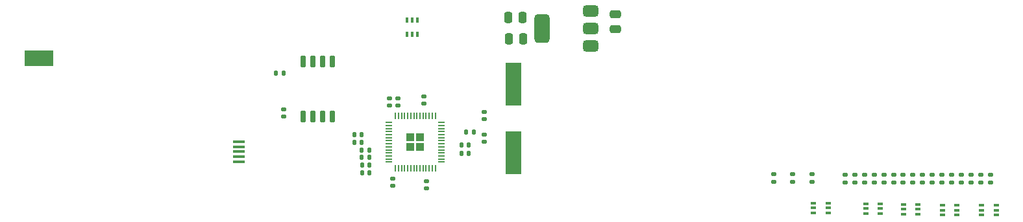
<source format=gbr>
%TF.GenerationSoftware,KiCad,Pcbnew,8.0.5*%
%TF.CreationDate,2024-09-30T13:59:48-07:00*%
%TF.ProjectId,combo_board,636f6d62-6f5f-4626-9f61-72642e6b6963,1*%
%TF.SameCoordinates,Original*%
%TF.FileFunction,Paste,Bot*%
%TF.FilePolarity,Positive*%
%FSLAX46Y46*%
G04 Gerber Fmt 4.6, Leading zero omitted, Abs format (unit mm)*
G04 Created by KiCad (PCBNEW 8.0.5) date 2024-09-30 13:59:48*
%MOMM*%
%LPD*%
G01*
G04 APERTURE LIST*
G04 Aperture macros list*
%AMRoundRect*
0 Rectangle with rounded corners*
0 $1 Rounding radius*
0 $2 $3 $4 $5 $6 $7 $8 $9 X,Y pos of 4 corners*
0 Add a 4 corners polygon primitive as box body*
4,1,4,$2,$3,$4,$5,$6,$7,$8,$9,$2,$3,0*
0 Add four circle primitives for the rounded corners*
1,1,$1+$1,$2,$3*
1,1,$1+$1,$4,$5*
1,1,$1+$1,$6,$7*
1,1,$1+$1,$8,$9*
0 Add four rect primitives between the rounded corners*
20,1,$1+$1,$2,$3,$4,$5,0*
20,1,$1+$1,$4,$5,$6,$7,0*
20,1,$1+$1,$6,$7,$8,$9,0*
20,1,$1+$1,$8,$9,$2,$3,0*%
G04 Aperture macros list end*
%ADD10RoundRect,0.250000X0.250000X0.475000X-0.250000X0.475000X-0.250000X-0.475000X0.250000X-0.475000X0*%
%ADD11R,1.500000X0.450000*%
%ADD12RoundRect,0.140000X0.140000X0.170000X-0.140000X0.170000X-0.140000X-0.170000X0.140000X-0.170000X0*%
%ADD13RoundRect,0.140000X0.170000X-0.140000X0.170000X0.140000X-0.170000X0.140000X-0.170000X-0.140000X0*%
%ADD14RoundRect,0.375000X0.625000X0.375000X-0.625000X0.375000X-0.625000X-0.375000X0.625000X-0.375000X0*%
%ADD15RoundRect,0.500000X0.500000X1.400000X-0.500000X1.400000X-0.500000X-1.400000X0.500000X-1.400000X0*%
%ADD16RoundRect,0.150000X-0.150000X0.650000X-0.150000X-0.650000X0.150000X-0.650000X0.150000X0.650000X0*%
%ADD17RoundRect,0.140000X-0.170000X0.140000X-0.170000X-0.140000X0.170000X-0.140000X0.170000X0.140000X0*%
%ADD18RoundRect,0.135000X0.135000X0.185000X-0.135000X0.185000X-0.135000X-0.185000X0.135000X-0.185000X0*%
%ADD19RoundRect,0.140000X-0.140000X-0.170000X0.140000X-0.170000X0.140000X0.170000X-0.140000X0.170000X0*%
%ADD20RoundRect,0.135000X-0.135000X-0.185000X0.135000X-0.185000X0.135000X0.185000X-0.135000X0.185000X0*%
%ADD21RoundRect,0.250000X0.475000X-0.250000X0.475000X0.250000X-0.475000X0.250000X-0.475000X-0.250000X0*%
%ADD22RoundRect,0.250000X-0.292217X0.292217X-0.292217X-0.292217X0.292217X-0.292217X0.292217X0.292217X0*%
%ADD23RoundRect,0.050000X-0.050000X0.387500X-0.050000X-0.387500X0.050000X-0.387500X0.050000X0.387500X0*%
%ADD24RoundRect,0.050000X-0.387500X0.050000X-0.387500X-0.050000X0.387500X-0.050000X0.387500X0.050000X0*%
%ADD25R,2.100000X5.600000*%
%ADD26RoundRect,0.135000X-0.185000X0.135000X-0.185000X-0.135000X0.185000X-0.135000X0.185000X0.135000X0*%
%ADD27RoundRect,0.100000X-0.225000X-0.100000X0.225000X-0.100000X0.225000X0.100000X-0.225000X0.100000X0*%
%ADD28RoundRect,0.100000X0.100000X-0.225000X0.100000X0.225000X-0.100000X0.225000X-0.100000X-0.225000X0*%
%ADD29R,3.800000X2.000000*%
%ADD30RoundRect,0.100000X0.225000X0.100000X-0.225000X0.100000X-0.225000X-0.100000X0.225000X-0.100000X0*%
G04 APERTURE END LIST*
D10*
%TO.C,C2*%
X110700000Y66422683D03*
X108800000Y66422683D03*
%TD*%
D11*
%TO.C,J3*%
X73657400Y47568100D03*
X73657400Y48218100D03*
X73657400Y48868100D03*
X73657400Y49518100D03*
X73657400Y50168100D03*
%TD*%
D12*
%TO.C,C15*%
X90695000Y46102700D03*
X89735000Y46102700D03*
%TD*%
%TO.C,C13*%
X90695000Y47102700D03*
X89735000Y47102700D03*
%TD*%
D13*
%TO.C,C4*%
X97790000Y55172683D03*
X97790000Y56132683D03*
%TD*%
%TO.C,C6*%
X79530000Y53437700D03*
X79530000Y54397700D03*
%TD*%
D14*
%TO.C,U1*%
X119550000Y67302683D03*
X119550000Y65002683D03*
D15*
X113250000Y65002683D03*
D14*
X119550000Y62702683D03*
%TD*%
D16*
%TO.C,U2*%
X82070000Y60652700D03*
X83340000Y60652700D03*
X84610000Y60652700D03*
X85880000Y60652700D03*
X85880000Y53452700D03*
X84610000Y53452700D03*
X83340000Y53452700D03*
X82070000Y53452700D03*
%TD*%
D17*
%TO.C,C9*%
X105700000Y51097700D03*
X105700000Y50137700D03*
%TD*%
D18*
%TO.C,R28*%
X79518800Y59168100D03*
X78498800Y59168100D03*
%TD*%
D12*
%TO.C,C10*%
X89695000Y50102700D03*
X88735000Y50102700D03*
%TD*%
D17*
%TO.C,C17*%
X98138800Y45018100D03*
X98138800Y44058100D03*
%TD*%
D19*
%TO.C,C11*%
X102705000Y49721700D03*
X103665000Y49721700D03*
%TD*%
D20*
%TO.C,R30*%
X89705000Y49102700D03*
X90725000Y49102700D03*
%TD*%
D19*
%TO.C,C12*%
X102705000Y48602700D03*
X103665000Y48602700D03*
%TD*%
D21*
%TO.C,C1*%
X122820000Y64912683D03*
X122820000Y66812683D03*
%TD*%
D13*
%TO.C,C5*%
X93308800Y54888100D03*
X93308800Y55848100D03*
%TD*%
D17*
%TO.C,C16*%
X93780000Y45332683D03*
X93780000Y44372683D03*
%TD*%
D22*
%TO.C,U3*%
X97337500Y50740200D03*
X96062500Y50740200D03*
X97337500Y49465200D03*
X96062500Y49465200D03*
D23*
X94100000Y53540200D03*
X94500000Y53540200D03*
X94900000Y53540200D03*
X95300000Y53540200D03*
X95700000Y53540200D03*
X96100000Y53540200D03*
X96500000Y53540200D03*
X96900000Y53540200D03*
X97300000Y53540200D03*
X97700000Y53540200D03*
X98100000Y53540200D03*
X98500000Y53540200D03*
X98900000Y53540200D03*
X99300000Y53540200D03*
D24*
X100137500Y52702700D03*
X100137500Y52302700D03*
X100137500Y51902700D03*
X100137500Y51502700D03*
X100137500Y51102700D03*
X100137500Y50702700D03*
X100137500Y50302700D03*
X100137500Y49902700D03*
X100137500Y49502700D03*
X100137500Y49102700D03*
X100137500Y48702700D03*
X100137500Y48302700D03*
X100137500Y47902700D03*
X100137500Y47502700D03*
D23*
X99300000Y46665200D03*
X98900000Y46665200D03*
X98500000Y46665200D03*
X98100000Y46665200D03*
X97700000Y46665200D03*
X97300000Y46665200D03*
X96900000Y46665200D03*
X96500000Y46665200D03*
X96100000Y46665200D03*
X95700000Y46665200D03*
X95300000Y46665200D03*
X94900000Y46665200D03*
X94500000Y46665200D03*
X94100000Y46665200D03*
D24*
X93262500Y47502700D03*
X93262500Y47902700D03*
X93262500Y48302700D03*
X93262500Y48702700D03*
X93262500Y49102700D03*
X93262500Y49502700D03*
X93262500Y49902700D03*
X93262500Y50302700D03*
X93262500Y50702700D03*
X93262500Y51102700D03*
X93262500Y51502700D03*
X93262500Y51902700D03*
X93262500Y52302700D03*
X93262500Y52702700D03*
%TD*%
D13*
%TO.C,C7*%
X105700000Y53107700D03*
X105700000Y54067700D03*
%TD*%
D20*
%TO.C,R31*%
X89705000Y48102700D03*
X90725000Y48102700D03*
%TD*%
D12*
%TO.C,C8*%
X89695000Y51102700D03*
X88735000Y51102700D03*
%TD*%
D13*
%TO.C,C14*%
X94430000Y54872683D03*
X94430000Y55832683D03*
%TD*%
D20*
%TO.C,R29*%
X103305000Y51402700D03*
X104325000Y51402700D03*
%TD*%
D25*
%TO.C,Y1*%
X109480000Y57731200D03*
X109480000Y48731200D03*
%TD*%
D10*
%TO.C,C3*%
X110760000Y63632683D03*
X108860000Y63632683D03*
%TD*%
D26*
%TO.C,R7*%
X164120000Y45890000D03*
X164120000Y44870000D03*
%TD*%
%TO.C,R10*%
X160330400Y45890000D03*
X160330400Y44870000D03*
%TD*%
D27*
%TO.C,D5*%
X155450000Y40762700D03*
X155450000Y41412700D03*
X155450000Y42062700D03*
X157350000Y42062700D03*
X157350000Y41412700D03*
X157350000Y40762700D03*
%TD*%
D26*
%TO.C,R15*%
X154014200Y45890000D03*
X154014200Y44870000D03*
%TD*%
%TO.C,R16*%
X152751000Y45890000D03*
X152751000Y44870000D03*
%TD*%
%TO.C,R17*%
X148430000Y45920000D03*
X148430000Y44900000D03*
%TD*%
%TO.C,R4*%
X167909700Y45890000D03*
X167909700Y44870000D03*
%TD*%
%TO.C,R2*%
X170436200Y45890000D03*
X170436200Y44870000D03*
%TD*%
D27*
%TO.C,D8*%
X170550000Y40562700D03*
X170550000Y41212700D03*
X170550000Y41862700D03*
X172450000Y41862700D03*
X172450000Y41212700D03*
X172450000Y40562700D03*
%TD*%
D26*
%TO.C,R9*%
X161593600Y45890000D03*
X161593600Y44870000D03*
%TD*%
%TO.C,R11*%
X159067100Y45890000D03*
X159067100Y44870000D03*
%TD*%
%TO.C,R14*%
X155277500Y45890000D03*
X155277500Y44870000D03*
%TD*%
D28*
%TO.C,D2*%
X96922500Y64222700D03*
X96272500Y64222700D03*
X95622500Y64222700D03*
X95622500Y66122700D03*
X96272500Y66122700D03*
X96922500Y66122700D03*
%TD*%
D26*
%TO.C,R3*%
X169172900Y45890000D03*
X169172900Y44870000D03*
%TD*%
D29*
%TO.C,TP1*%
X47600000Y61092683D03*
%TD*%
D27*
%TO.C,D4*%
X148650000Y40862700D03*
X148650000Y41512700D03*
X148650000Y42162700D03*
X150550000Y42162700D03*
X150550000Y41512700D03*
X150550000Y40862700D03*
%TD*%
D26*
%TO.C,R12*%
X157803900Y45890000D03*
X157803900Y44870000D03*
%TD*%
%TO.C,R19*%
X143477000Y45920000D03*
X143477000Y44900000D03*
%TD*%
%TO.C,R18*%
X145890000Y45920000D03*
X145890000Y44900000D03*
%TD*%
%TO.C,R6*%
X165383300Y45890000D03*
X165383300Y44870000D03*
%TD*%
D27*
%TO.C,D7*%
X165450000Y40562700D03*
X165450000Y41212700D03*
X165450000Y41862700D03*
X167350000Y41862700D03*
X167350000Y41212700D03*
X167350000Y40562700D03*
%TD*%
D30*
%TO.C,D6*%
X162270000Y41985200D03*
X162270000Y41335200D03*
X162270000Y40685200D03*
X160370000Y40685200D03*
X160370000Y41335200D03*
X160370000Y41985200D03*
%TD*%
D26*
%TO.C,R1*%
X171699400Y45890000D03*
X171699400Y44870000D03*
%TD*%
%TO.C,R13*%
X156540700Y45890000D03*
X156540700Y44870000D03*
%TD*%
%TO.C,R8*%
X162856800Y45890000D03*
X162856800Y44870000D03*
%TD*%
%TO.C,R5*%
X166646500Y45890000D03*
X166646500Y44870000D03*
%TD*%
M02*

</source>
